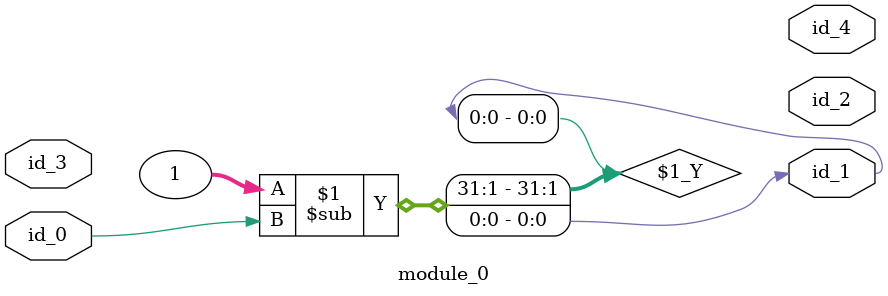
<source format=v>
module module_0 (
    input  id_0,
    output id_1,
    output id_2,
    input  id_3,
    output id_4
);
  assign id_1 = 1 - id_0;
endmodule

</source>
